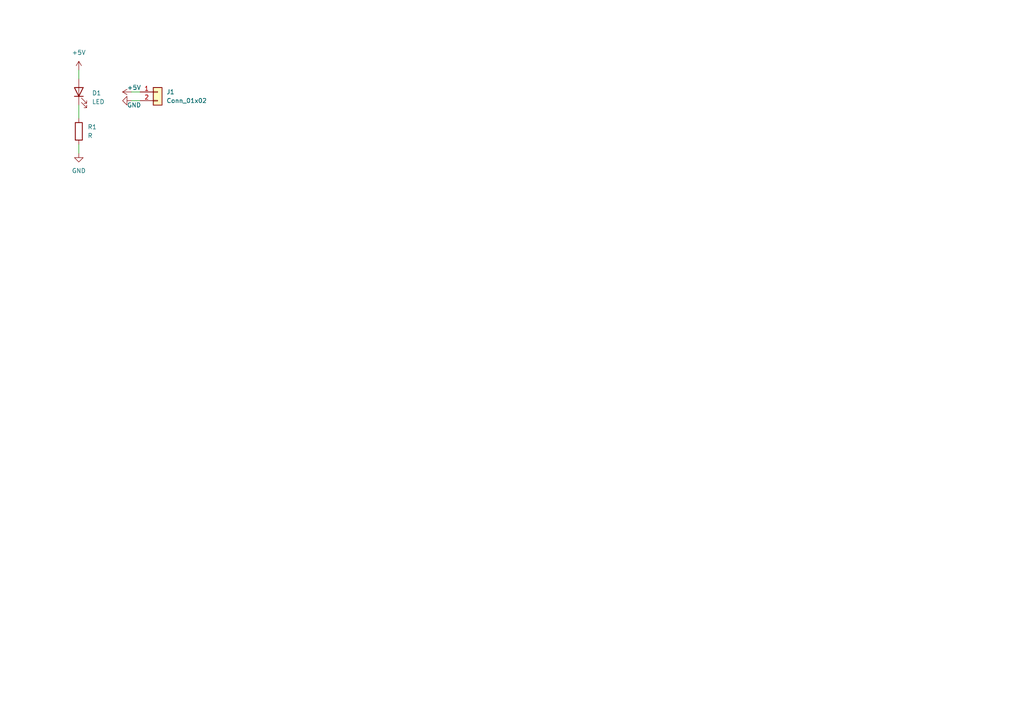
<source format=kicad_sch>
(kicad_sch (version 20211123) (generator eeschema)
  (paper "A4")
  (lib_symbols
    (symbol "Connector_Generic:Conn_01x02" (pin_names (offset 1.016) hide)
      (property "Reference" "J1" (at 2.54 0.0001 0))
      (property "Value" "Conn_01x02" (at 2.54 -2.5399 0))
      (symbol "Conn_01x02_1_1"
        (rectangle (start -1.27 -2.413) (end 0 -2.667) (stroke (width 0.1524)))
        (rectangle (start -1.27 0.127) (end 0 -0.127) (stroke (width 0.1524)))
        (rectangle (start -1.27 1.27) (end 1.27 -3.81) (stroke (width 0.254)) (fill (type background)))
        (pin power_out line (at -5.08 0 0) (length 3.81) (name "Pin_1") (number "1"))
        (pin power_out line (at -5.08 -2.54 0) (length 3.81) (name "Pin_2") (number "2"))
      )
    )
    (symbol "Device:LED" (pin_numbers hide) (pin_names (offset 1.016) hide)
      (property "Reference" "D" (at 0 2.54 0))
      (property "Value" "LED" (at 0 -2.54 0))
      (symbol "LED_0_1"
        (polyline (pts (xy -1.27 -1.27) (xy -1.27 1.27)) (stroke (width 0.254)))
        (polyline (pts (xy -1.27 0) (xy 1.27 0)))
        (polyline (pts (xy 1.27 -1.27) (xy 1.27 1.27) (xy -1.27 0) (xy 1.27 -1.27)) (stroke (width 0.254)))
        (polyline (pts (xy -3.048 -0.762) (xy -4.572 -2.286) (xy -3.81 -2.286) (xy -4.572 -2.286) (xy -4.572 -1.524)))
        (polyline (pts (xy -1.778 -0.762) (xy -3.302 -2.286) (xy -2.54 -2.286) (xy -3.302 -2.286) (xy -3.302 -1.524)))
      )
      (symbol "LED_1_1"
        (pin passive line (at -3.81 0 0) (length 2.54) (name "K") (number "1"))
        (pin passive line (at 3.81 0 180) (length 2.54) (name "A") (number "2"))
      )
    )
    (symbol "Device:R" (pin_numbers hide) (pin_names (offset 0))
      (property "Reference" "R" (at 2.032 0 90))
      (property "Value" "R" (at 0 0 90))
      (symbol "R_0_1"
        (rectangle (start -1.016 -2.54) (end 1.016 2.54) (stroke (width 0.254)))
      )
      (symbol "R_1_1"
        (pin passive line (at 0 3.81 270) (length 1.27) (name "~") (number "1"))
        (pin passive line (at 0 -3.81 90) (length 1.27) (name "~") (number "2"))
      )
    )
    (symbol "power:+5V" (power) (pin_names (offset 0))
      (property "Value" "+5V" (at 0 3.556 0))
      (symbol "+5V_0_1"
        (polyline (pts (xy -0.762 1.27) (xy 0 2.54)))
        (polyline (pts (xy 0 0) (xy 0 2.54)))
        (polyline (pts (xy 0 2.54) (xy 0.762 1.27)))
      )
      (symbol "+5V_1_1"
        (pin power_in line (at 0 0 90) (length 0) hide (name "+5V") (number "1"))
      )
    )
    (symbol "power:GND" (power) (pin_names (offset 0))
      (property "Value" "GND" (at 0 -3.81 0))
      (symbol "GND_0_1"
        (polyline (pts (xy 0 0) (xy 0 -1.27) (xy 1.27 -1.27) (xy 0 -2.54) (xy -1.27 -1.27) (xy 0 -1.27)))
      )
      (symbol "GND_1_1"
        (pin power_in line (at 0 0 270) (length 0) hide (name "GND") (number "1"))
      )
    )
  )
  (wire (pts (xy 40.64 26.67) (xy 38.1 26.67)))
  (wire (pts (xy 22.86 34.29) (xy 22.86 30.48)))
  (wire (pts (xy 22.86 41.91) (xy 22.86 44.45)))
  (wire (pts (xy 22.86 20.32) (xy 22.86 22.86)))
  (wire (pts (xy 40.64 29.21) (xy 38.1 29.21)))
  (symbol (lib_id "Device:R") (at 22.86 38.1 0) (unit 1)
    (property "Reference" "R1" (at 25.4 36.8299 0) (effects (justify left)))
    (property "Value" "R" (at 25.4 39.3699 0) (effects (justify left)))
    (property "Footprint" "Resistor_SMD:R_0805_2012Metric_Pad1.20x1.40mm_HandSolder" (effects hide))
  )
  (symbol (lib_id "Device:LED") (at 22.86 26.67 90) (unit 1)
    (property "Reference" "D1" (at 26.67 26.9874 90) (effects (justify right)))
    (property "Value" "LED" (at 26.67 29.5274 90) (effects (justify right)))
    (property "Footprint" "LED_SMD:LED_0805_2012Metric" (effects hide))
  )
  (symbol (lib_id "Connector_Generic:Conn_01x02") (at 45.72 26.67 0) (unit 1)
    (property "Reference" "J1" (at 48.26 26.6699 0) (effects (justify left)))
    (property "Value" "Conn_01x02" (at 48.26 29.2099 0) (effects (justify left)))
    (property "Footprint" "Connector_JST:JST_EH_B2B-EH-A_1x02_P2.50mm_Vertical" (effects hide))
  )
  (symbol (lib_id "power:GND") (at 22.86 44.45 0) (unit 1)
    (property "Reference" "#PWR0101" (effects hide))
    (property "Value" "GND" (at 22.86 49.53 0))
  )
  (symbol (lib_id "power:GND") (at 38.1 29.21 270) (unit 1)
    (property "Reference" "#PWR0104" (effects hide))
    (property "Value" "GND" (at 36.83 30.48 90) (effects (justify left)))
  )
  (symbol (lib_id "power:+5V") (at 22.86 20.32 0) (unit 1)
    (property "Reference" "#PWR0102" (effects hide))
    (property "Value" "+5V" (at 22.86 15.24 0))
  )
  (symbol (lib_id "power:+5V") (at 38.1 26.67 90) (unit 1)
    (property "Reference" "#PWR0103" (effects hide))
    (property "Value" "+5V" (at 36.83 25.4 90) (effects (justify right)))
  )
)
</source>
